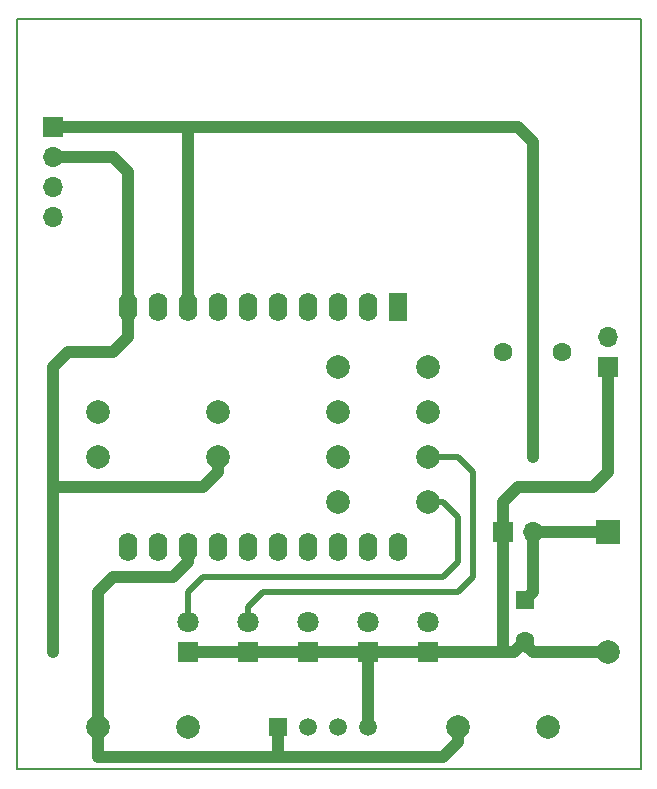
<source format=gbr>
%TF.GenerationSoftware,KiCad,Pcbnew,5.1.9+dfsg1-1+deb11u1*%
%TF.CreationDate,2023-10-13T11:59:52+02:00*%
%TF.ProjectId,mm17d,6d6d3137-642e-46b6-9963-61645f706362,231006*%
%TF.SameCoordinates,Original*%
%TF.FileFunction,Copper,L1,Top*%
%TF.FilePolarity,Positive*%
%FSLAX46Y46*%
G04 Gerber Fmt 4.6, Leading zero omitted, Abs format (unit mm)*
G04 Created by KiCad (PCBNEW 5.1.9+dfsg1-1+deb11u1) date 2023-10-13 11:59:52*
%MOMM*%
%LPD*%
G01*
G04 APERTURE LIST*
%TA.AperFunction,Profile*%
%ADD10C,0.150000*%
%TD*%
%TA.AperFunction,ComponentPad*%
%ADD11R,1.700000X1.700000*%
%TD*%
%TA.AperFunction,ComponentPad*%
%ADD12O,1.700000X1.700000*%
%TD*%
%TA.AperFunction,ComponentPad*%
%ADD13O,1.600000X2.400000*%
%TD*%
%TA.AperFunction,ComponentPad*%
%ADD14R,1.600000X2.400000*%
%TD*%
%TA.AperFunction,ComponentPad*%
%ADD15C,1.998980*%
%TD*%
%TA.AperFunction,ComponentPad*%
%ADD16R,1.998980X1.998980*%
%TD*%
%TA.AperFunction,ComponentPad*%
%ADD17R,1.600000X1.600000*%
%TD*%
%TA.AperFunction,ComponentPad*%
%ADD18C,1.600000*%
%TD*%
%TA.AperFunction,ComponentPad*%
%ADD19R,1.800000X1.800000*%
%TD*%
%TA.AperFunction,ComponentPad*%
%ADD20C,1.800000*%
%TD*%
%TA.AperFunction,ComponentPad*%
%ADD21R,1.500000X1.500000*%
%TD*%
%TA.AperFunction,ComponentPad*%
%ADD22C,1.500000*%
%TD*%
%TA.AperFunction,ViaPad*%
%ADD23C,0.600000*%
%TD*%
%TA.AperFunction,Conductor*%
%ADD24C,1.000000*%
%TD*%
%TA.AperFunction,Conductor*%
%ADD25C,0.500000*%
%TD*%
G04 APERTURE END LIST*
D10*
X123952000Y-67056000D02*
X123952000Y-130556000D01*
X176784000Y-67056000D02*
X123952000Y-67056000D01*
X176784000Y-130556000D02*
X176784000Y-67056000D01*
X123952000Y-130556000D02*
X176784000Y-130556000D01*
D11*
%TO.P,P103,1*%
%TO.N,Net-(C101-Pad1)*%
X127000000Y-76200000D03*
D12*
%TO.P,P103,2*%
%TO.N,GND*%
X127000000Y-78740000D03*
%TO.P,P103,3*%
%TO.N,Net-(P103-Pad3)*%
X127000000Y-81280000D03*
%TO.P,P103,4*%
%TO.N,Net-(P103-Pad4)*%
X127000000Y-83820000D03*
%TD*%
D13*
%TO.P,U101,20*%
%TO.N,Net-(U101-Pad20)*%
X156210000Y-111760000D03*
%TO.P,U101,10*%
%TO.N,GND*%
X133350000Y-91440000D03*
%TO.P,U101,19*%
%TO.N,Net-(U101-Pad19)*%
X153670000Y-111760000D03*
%TO.P,U101,9*%
%TO.N,Net-(U101-Pad9)*%
X135890000Y-91440000D03*
%TO.P,U101,18*%
%TO.N,Net-(R105-Pad1)*%
X151130000Y-111760000D03*
%TO.P,U101,8*%
%TO.N,Net-(C101-Pad1)*%
X138430000Y-91440000D03*
%TO.P,U101,17*%
%TO.N,Net-(R104-Pad1)*%
X148590000Y-111760000D03*
%TO.P,U101,7*%
%TO.N,Net-(U101-Pad7)*%
X140970000Y-91440000D03*
%TO.P,U101,16*%
%TO.N,Net-(R103-Pad1)*%
X146050000Y-111760000D03*
%TO.P,U101,6*%
%TO.N,Net-(R106-Pad2)*%
X143510000Y-91440000D03*
%TO.P,U101,15*%
%TO.N,Net-(R102-Pad2)*%
X143510000Y-111760000D03*
%TO.P,U101,5*%
%TO.N,Net-(C102-Pad1)*%
X146050000Y-91440000D03*
%TO.P,U101,14*%
%TO.N,Net-(U101-Pad14)*%
X140970000Y-111760000D03*
%TO.P,U101,4*%
%TO.N,Net-(U101-Pad4)*%
X148590000Y-91440000D03*
%TO.P,U101,13*%
%TO.N,Net-(R101-Pad2)*%
X138430000Y-111760000D03*
%TO.P,U101,3*%
%TO.N,Net-(U101-Pad3)*%
X151130000Y-91440000D03*
%TO.P,U101,12*%
%TO.N,Net-(U101-Pad12)*%
X135890000Y-111760000D03*
%TO.P,U101,2*%
%TO.N,Net-(R107-Pad2)*%
X153670000Y-91440000D03*
%TO.P,U101,11*%
%TO.N,Net-(U101-Pad11)*%
X133350000Y-111760000D03*
D14*
%TO.P,U101,1*%
%TO.N,Net-(U101-Pad1)*%
X156210000Y-91440000D03*
%TD*%
D15*
%TO.P,R102,1*%
%TO.N,Net-(D103-Pad2)*%
X158750000Y-96520000D03*
%TO.P,R102,2*%
%TO.N,Net-(R102-Pad2)*%
X151130000Y-96520000D03*
%TD*%
%TO.P,R103,1*%
%TO.N,Net-(R103-Pad1)*%
X151130000Y-100330000D03*
%TO.P,R103,2*%
%TO.N,Net-(D104-Pad2)*%
X158750000Y-100330000D03*
%TD*%
%TO.P,R105,1*%
%TO.N,Net-(R105-Pad1)*%
X151130000Y-107950000D03*
%TO.P,R105,2*%
%TO.N,Net-(D106-Pad2)*%
X158750000Y-107950000D03*
%TD*%
%TO.P,R104,1*%
%TO.N,Net-(R104-Pad1)*%
X151130000Y-104140000D03*
%TO.P,R104,2*%
%TO.N,Net-(D105-Pad2)*%
X158750000Y-104140000D03*
%TD*%
%TO.P,R106,1*%
%TO.N,Net-(R101-Pad2)*%
X130810000Y-127000000D03*
%TO.P,R106,2*%
%TO.N,Net-(R106-Pad2)*%
X138430000Y-127000000D03*
%TD*%
%TO.P,R107,1*%
%TO.N,Net-(P103-Pad4)*%
X130810000Y-100330000D03*
%TO.P,R107,2*%
%TO.N,Net-(R107-Pad2)*%
X140970000Y-100330000D03*
%TD*%
%TO.P,R108,1*%
%TO.N,Net-(R107-Pad2)*%
X130810000Y-104140000D03*
%TO.P,R108,2*%
%TO.N,GND*%
X140970000Y-104140000D03*
%TD*%
%TO.P,R101,1*%
%TO.N,Net-(D102-Pad2)*%
X168910000Y-127000000D03*
%TO.P,R101,2*%
%TO.N,Net-(R101-Pad2)*%
X161290000Y-127000000D03*
%TD*%
%TO.P,D101,2*%
%TO.N,GND*%
X173992540Y-120650000D03*
D16*
%TO.P,D101,1*%
%TO.N,Net-(C101-Pad1)*%
X173992540Y-110490000D03*
%TD*%
D17*
%TO.P,C101,1*%
%TO.N,Net-(C101-Pad1)*%
X167005000Y-116205000D03*
D18*
%TO.P,C101,2*%
%TO.N,GND*%
X167005000Y-119705000D03*
%TD*%
%TO.P,C102,1*%
%TO.N,Net-(C102-Pad1)*%
X165100000Y-95250000D03*
%TO.P,C102,2*%
%TO.N,Net-(C102-Pad2)*%
X170100000Y-95250000D03*
%TD*%
D19*
%TO.P,D102,1*%
%TO.N,GND*%
X158750000Y-120650000D03*
D20*
%TO.P,D102,2*%
%TO.N,Net-(D102-Pad2)*%
X158750000Y-118110000D03*
%TD*%
%TO.P,D103,2*%
%TO.N,Net-(D103-Pad2)*%
X153670000Y-118110000D03*
D19*
%TO.P,D103,1*%
%TO.N,GND*%
X153670000Y-120650000D03*
%TD*%
%TO.P,D104,1*%
%TO.N,GND*%
X148590000Y-120650000D03*
D20*
%TO.P,D104,2*%
%TO.N,Net-(D104-Pad2)*%
X148590000Y-118110000D03*
%TD*%
D19*
%TO.P,D105,1*%
%TO.N,GND*%
X143510000Y-120650000D03*
D20*
%TO.P,D105,2*%
%TO.N,Net-(D105-Pad2)*%
X143510000Y-118110000D03*
%TD*%
%TO.P,D106,2*%
%TO.N,Net-(D106-Pad2)*%
X138430000Y-118110000D03*
D19*
%TO.P,D106,1*%
%TO.N,GND*%
X138430000Y-120650000D03*
%TD*%
D11*
%TO.P,P101,1*%
%TO.N,GND*%
X165100000Y-110490000D03*
D12*
%TO.P,P101,2*%
%TO.N,Net-(C101-Pad1)*%
X167640000Y-110490000D03*
%TD*%
%TO.P,P102,2*%
%TO.N,Net-(C102-Pad2)*%
X173990000Y-93980000D03*
D11*
%TO.P,P102,1*%
%TO.N,GND*%
X173990000Y-96520000D03*
%TD*%
D21*
%TO.P,U102,1*%
%TO.N,Net-(R101-Pad2)*%
X146050000Y-127000000D03*
D22*
%TO.P,U102,2*%
%TO.N,Net-(R106-Pad2)*%
X148590000Y-127000000D03*
%TO.P,U102,3*%
%TO.N,Net-(U102-Pad3)*%
X151130000Y-127000000D03*
%TO.P,U102,4*%
%TO.N,GND*%
X153670000Y-127000000D03*
%TD*%
D23*
%TO.N,Net-(C101-Pad1)*%
X167640000Y-104140000D03*
%TO.N,GND*%
X127000000Y-120650000D03*
%TD*%
D24*
%TO.N,Net-(C101-Pad1)*%
X138430000Y-76200000D02*
X166370000Y-76200000D01*
X167640000Y-77470000D02*
X167640000Y-104140000D01*
X166370000Y-76200000D02*
X167640000Y-77470000D01*
X138430000Y-91440000D02*
X138430000Y-76200000D01*
X127000000Y-76200000D02*
X138430000Y-76200000D01*
X167640000Y-110490000D02*
X167640000Y-115570000D01*
X167640000Y-115570000D02*
X167005000Y-116205000D01*
X167640000Y-110490000D02*
X173992540Y-110490000D01*
%TO.N,GND*%
X143510000Y-120650000D02*
X138430000Y-120650000D01*
X148590000Y-120650000D02*
X143510000Y-120650000D01*
X153670000Y-120650000D02*
X148590000Y-120650000D01*
X133350000Y-91440000D02*
X133350000Y-93980000D01*
X133350000Y-93980000D02*
X132080000Y-95250000D01*
X132080000Y-95250000D02*
X128270000Y-95250000D01*
X128270000Y-95250000D02*
X127000000Y-96520000D01*
X127000000Y-96520000D02*
X127000000Y-106680000D01*
X140970000Y-104140000D02*
X140970000Y-105410000D01*
X127000000Y-106680000D02*
X127000000Y-120650000D01*
X139700000Y-106680000D02*
X127000000Y-106680000D01*
X140970000Y-105410000D02*
X139700000Y-106680000D01*
X133350000Y-91440000D02*
X133350000Y-80010000D01*
X133350000Y-80010000D02*
X132080000Y-78740000D01*
X132080000Y-78740000D02*
X127000000Y-78740000D01*
X165100000Y-120650000D02*
X158750000Y-120650000D01*
X158750000Y-120650000D02*
X153670000Y-120650000D01*
X165100000Y-110490000D02*
X165100000Y-107950000D01*
X173990000Y-105410000D02*
X173990000Y-96520000D01*
X172720000Y-106680000D02*
X173990000Y-105410000D01*
X166370000Y-106680000D02*
X172720000Y-106680000D01*
X165100000Y-107950000D02*
X166370000Y-106680000D01*
X153670000Y-127000000D02*
X153670000Y-120650000D01*
X165100000Y-110490000D02*
X165100000Y-120650000D01*
X167005000Y-119705000D02*
X167005000Y-120015000D01*
X167005000Y-120015000D02*
X167640000Y-120650000D01*
X167640000Y-120650000D02*
X173992540Y-120650000D01*
X165100000Y-120650000D02*
X166060000Y-120650000D01*
X166060000Y-120650000D02*
X167005000Y-119705000D01*
%TO.N,Net-(R101-Pad2)*%
X130810000Y-127000000D02*
X130810000Y-115570000D01*
X138430000Y-113030000D02*
X138430000Y-111760000D01*
X137160000Y-114300000D02*
X138430000Y-113030000D01*
X132080000Y-114300000D02*
X137160000Y-114300000D01*
X130810000Y-115570000D02*
X132080000Y-114300000D01*
X146050000Y-129540000D02*
X160020000Y-129540000D01*
X161290000Y-128270000D02*
X161290000Y-127000000D01*
X160020000Y-129540000D02*
X161290000Y-128270000D01*
X130810000Y-127000000D02*
X130810000Y-129540000D01*
X146050000Y-129540000D02*
X146050000Y-127000000D01*
X130810000Y-129540000D02*
X146050000Y-129540000D01*
D25*
%TO.N,Net-(D105-Pad2)*%
X143510000Y-118110000D02*
X143510000Y-116840000D01*
X161290000Y-104140000D02*
X158750000Y-104140000D01*
X162560000Y-105410000D02*
X161290000Y-104140000D01*
X162560000Y-114300000D02*
X162560000Y-105410000D01*
X161290000Y-115570000D02*
X162560000Y-114300000D01*
X144780000Y-115570000D02*
X161290000Y-115570000D01*
X143510000Y-116840000D02*
X144780000Y-115570000D01*
%TO.N,Net-(D106-Pad2)*%
X158750000Y-107950000D02*
X160020000Y-107950000D01*
X138430000Y-115570000D02*
X138430000Y-118110000D01*
X139700000Y-114300000D02*
X138430000Y-115570000D01*
X149860000Y-114300000D02*
X139700000Y-114300000D01*
X160020000Y-114300000D02*
X149860000Y-114300000D01*
X161290000Y-113030000D02*
X160020000Y-114300000D01*
X161290000Y-109220000D02*
X161290000Y-113030000D01*
X160020000Y-107950000D02*
X161290000Y-109220000D01*
%TD*%
M02*

</source>
